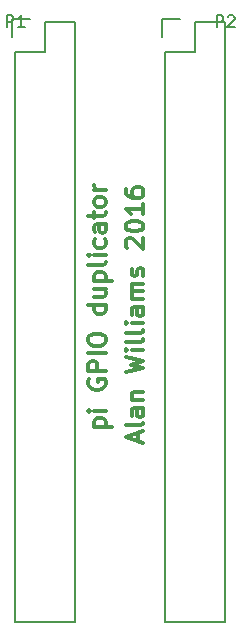
<source format=gbr>
G04 #@! TF.FileFunction,Legend,Top*
%FSLAX46Y46*%
G04 Gerber Fmt 4.6, Leading zero omitted, Abs format (unit mm)*
G04 Created by KiCad (PCBNEW 4.0.2-stable) date 10/03/2016 10:29:03 PM*
%MOMM*%
G01*
G04 APERTURE LIST*
%ADD10C,0.100000*%
%ADD11C,0.300000*%
%ADD12C,0.150000*%
G04 APERTURE END LIST*
D10*
D11*
X131060000Y-115524999D02*
X131060000Y-114810713D01*
X131488571Y-115667856D02*
X129988571Y-115167856D01*
X131488571Y-114667856D01*
X131488571Y-113953570D02*
X131417143Y-114096428D01*
X131274286Y-114167856D01*
X129988571Y-114167856D01*
X131488571Y-112739285D02*
X130702857Y-112739285D01*
X130560000Y-112810714D01*
X130488571Y-112953571D01*
X130488571Y-113239285D01*
X130560000Y-113382142D01*
X131417143Y-112739285D02*
X131488571Y-112882142D01*
X131488571Y-113239285D01*
X131417143Y-113382142D01*
X131274286Y-113453571D01*
X131131429Y-113453571D01*
X130988571Y-113382142D01*
X130917143Y-113239285D01*
X130917143Y-112882142D01*
X130845714Y-112739285D01*
X130488571Y-112024999D02*
X131488571Y-112024999D01*
X130631429Y-112024999D02*
X130560000Y-111953571D01*
X130488571Y-111810713D01*
X130488571Y-111596428D01*
X130560000Y-111453571D01*
X130702857Y-111382142D01*
X131488571Y-111382142D01*
X129988571Y-109667856D02*
X131488571Y-109310713D01*
X130417143Y-109024999D01*
X131488571Y-108739285D01*
X129988571Y-108382142D01*
X131488571Y-107810713D02*
X130488571Y-107810713D01*
X129988571Y-107810713D02*
X130060000Y-107882142D01*
X130131429Y-107810713D01*
X130060000Y-107739285D01*
X129988571Y-107810713D01*
X130131429Y-107810713D01*
X131488571Y-106882141D02*
X131417143Y-107024999D01*
X131274286Y-107096427D01*
X129988571Y-107096427D01*
X131488571Y-106096427D02*
X131417143Y-106239285D01*
X131274286Y-106310713D01*
X129988571Y-106310713D01*
X131488571Y-105524999D02*
X130488571Y-105524999D01*
X129988571Y-105524999D02*
X130060000Y-105596428D01*
X130131429Y-105524999D01*
X130060000Y-105453571D01*
X129988571Y-105524999D01*
X130131429Y-105524999D01*
X131488571Y-104167856D02*
X130702857Y-104167856D01*
X130560000Y-104239285D01*
X130488571Y-104382142D01*
X130488571Y-104667856D01*
X130560000Y-104810713D01*
X131417143Y-104167856D02*
X131488571Y-104310713D01*
X131488571Y-104667856D01*
X131417143Y-104810713D01*
X131274286Y-104882142D01*
X131131429Y-104882142D01*
X130988571Y-104810713D01*
X130917143Y-104667856D01*
X130917143Y-104310713D01*
X130845714Y-104167856D01*
X131488571Y-103453570D02*
X130488571Y-103453570D01*
X130631429Y-103453570D02*
X130560000Y-103382142D01*
X130488571Y-103239284D01*
X130488571Y-103024999D01*
X130560000Y-102882142D01*
X130702857Y-102810713D01*
X131488571Y-102810713D01*
X130702857Y-102810713D02*
X130560000Y-102739284D01*
X130488571Y-102596427D01*
X130488571Y-102382142D01*
X130560000Y-102239284D01*
X130702857Y-102167856D01*
X131488571Y-102167856D01*
X131417143Y-101524999D02*
X131488571Y-101382142D01*
X131488571Y-101096427D01*
X131417143Y-100953570D01*
X131274286Y-100882142D01*
X131202857Y-100882142D01*
X131060000Y-100953570D01*
X130988571Y-101096427D01*
X130988571Y-101310713D01*
X130917143Y-101453570D01*
X130774286Y-101524999D01*
X130702857Y-101524999D01*
X130560000Y-101453570D01*
X130488571Y-101310713D01*
X130488571Y-101096427D01*
X130560000Y-100953570D01*
X130131429Y-99167856D02*
X130060000Y-99096427D01*
X129988571Y-98953570D01*
X129988571Y-98596427D01*
X130060000Y-98453570D01*
X130131429Y-98382141D01*
X130274286Y-98310713D01*
X130417143Y-98310713D01*
X130631429Y-98382141D01*
X131488571Y-99239284D01*
X131488571Y-98310713D01*
X129988571Y-97382142D02*
X129988571Y-97239285D01*
X130060000Y-97096428D01*
X130131429Y-97024999D01*
X130274286Y-96953570D01*
X130560000Y-96882142D01*
X130917143Y-96882142D01*
X131202857Y-96953570D01*
X131345714Y-97024999D01*
X131417143Y-97096428D01*
X131488571Y-97239285D01*
X131488571Y-97382142D01*
X131417143Y-97524999D01*
X131345714Y-97596428D01*
X131202857Y-97667856D01*
X130917143Y-97739285D01*
X130560000Y-97739285D01*
X130274286Y-97667856D01*
X130131429Y-97596428D01*
X130060000Y-97524999D01*
X129988571Y-97382142D01*
X131488571Y-95453571D02*
X131488571Y-96310714D01*
X131488571Y-95882142D02*
X129988571Y-95882142D01*
X130202857Y-96024999D01*
X130345714Y-96167857D01*
X130417143Y-96310714D01*
X129988571Y-94167857D02*
X129988571Y-94453571D01*
X130060000Y-94596428D01*
X130131429Y-94667857D01*
X130345714Y-94810714D01*
X130631429Y-94882143D01*
X131202857Y-94882143D01*
X131345714Y-94810714D01*
X131417143Y-94739286D01*
X131488571Y-94596428D01*
X131488571Y-94310714D01*
X131417143Y-94167857D01*
X131345714Y-94096428D01*
X131202857Y-94025000D01*
X130845714Y-94025000D01*
X130702857Y-94096428D01*
X130631429Y-94167857D01*
X130560000Y-94310714D01*
X130560000Y-94596428D01*
X130631429Y-94739286D01*
X130702857Y-94810714D01*
X130845714Y-94882143D01*
X127313571Y-114282857D02*
X128813571Y-114282857D01*
X127385000Y-114282857D02*
X127313571Y-114140000D01*
X127313571Y-113854286D01*
X127385000Y-113711429D01*
X127456429Y-113640000D01*
X127599286Y-113568571D01*
X128027857Y-113568571D01*
X128170714Y-113640000D01*
X128242143Y-113711429D01*
X128313571Y-113854286D01*
X128313571Y-114140000D01*
X128242143Y-114282857D01*
X128313571Y-112925714D02*
X127313571Y-112925714D01*
X126813571Y-112925714D02*
X126885000Y-112997143D01*
X126956429Y-112925714D01*
X126885000Y-112854286D01*
X126813571Y-112925714D01*
X126956429Y-112925714D01*
X126885000Y-110282857D02*
X126813571Y-110425714D01*
X126813571Y-110640000D01*
X126885000Y-110854285D01*
X127027857Y-110997143D01*
X127170714Y-111068571D01*
X127456429Y-111140000D01*
X127670714Y-111140000D01*
X127956429Y-111068571D01*
X128099286Y-110997143D01*
X128242143Y-110854285D01*
X128313571Y-110640000D01*
X128313571Y-110497143D01*
X128242143Y-110282857D01*
X128170714Y-110211428D01*
X127670714Y-110211428D01*
X127670714Y-110497143D01*
X128313571Y-109568571D02*
X126813571Y-109568571D01*
X126813571Y-108997143D01*
X126885000Y-108854285D01*
X126956429Y-108782857D01*
X127099286Y-108711428D01*
X127313571Y-108711428D01*
X127456429Y-108782857D01*
X127527857Y-108854285D01*
X127599286Y-108997143D01*
X127599286Y-109568571D01*
X128313571Y-108068571D02*
X126813571Y-108068571D01*
X126813571Y-107068571D02*
X126813571Y-106782857D01*
X126885000Y-106639999D01*
X127027857Y-106497142D01*
X127313571Y-106425714D01*
X127813571Y-106425714D01*
X128099286Y-106497142D01*
X128242143Y-106639999D01*
X128313571Y-106782857D01*
X128313571Y-107068571D01*
X128242143Y-107211428D01*
X128099286Y-107354285D01*
X127813571Y-107425714D01*
X127313571Y-107425714D01*
X127027857Y-107354285D01*
X126885000Y-107211428D01*
X126813571Y-107068571D01*
X128313571Y-103997142D02*
X126813571Y-103997142D01*
X128242143Y-103997142D02*
X128313571Y-104139999D01*
X128313571Y-104425713D01*
X128242143Y-104568571D01*
X128170714Y-104639999D01*
X128027857Y-104711428D01*
X127599286Y-104711428D01*
X127456429Y-104639999D01*
X127385000Y-104568571D01*
X127313571Y-104425713D01*
X127313571Y-104139999D01*
X127385000Y-103997142D01*
X127313571Y-102639999D02*
X128313571Y-102639999D01*
X127313571Y-103282856D02*
X128099286Y-103282856D01*
X128242143Y-103211428D01*
X128313571Y-103068570D01*
X128313571Y-102854285D01*
X128242143Y-102711428D01*
X128170714Y-102639999D01*
X127313571Y-101925713D02*
X128813571Y-101925713D01*
X127385000Y-101925713D02*
X127313571Y-101782856D01*
X127313571Y-101497142D01*
X127385000Y-101354285D01*
X127456429Y-101282856D01*
X127599286Y-101211427D01*
X128027857Y-101211427D01*
X128170714Y-101282856D01*
X128242143Y-101354285D01*
X128313571Y-101497142D01*
X128313571Y-101782856D01*
X128242143Y-101925713D01*
X128313571Y-100354284D02*
X128242143Y-100497142D01*
X128099286Y-100568570D01*
X126813571Y-100568570D01*
X128313571Y-99782856D02*
X127313571Y-99782856D01*
X126813571Y-99782856D02*
X126885000Y-99854285D01*
X126956429Y-99782856D01*
X126885000Y-99711428D01*
X126813571Y-99782856D01*
X126956429Y-99782856D01*
X128242143Y-98425713D02*
X128313571Y-98568570D01*
X128313571Y-98854284D01*
X128242143Y-98997142D01*
X128170714Y-99068570D01*
X128027857Y-99139999D01*
X127599286Y-99139999D01*
X127456429Y-99068570D01*
X127385000Y-98997142D01*
X127313571Y-98854284D01*
X127313571Y-98568570D01*
X127385000Y-98425713D01*
X128313571Y-97139999D02*
X127527857Y-97139999D01*
X127385000Y-97211428D01*
X127313571Y-97354285D01*
X127313571Y-97639999D01*
X127385000Y-97782856D01*
X128242143Y-97139999D02*
X128313571Y-97282856D01*
X128313571Y-97639999D01*
X128242143Y-97782856D01*
X128099286Y-97854285D01*
X127956429Y-97854285D01*
X127813571Y-97782856D01*
X127742143Y-97639999D01*
X127742143Y-97282856D01*
X127670714Y-97139999D01*
X127313571Y-96639999D02*
X127313571Y-96068570D01*
X126813571Y-96425713D02*
X128099286Y-96425713D01*
X128242143Y-96354285D01*
X128313571Y-96211427D01*
X128313571Y-96068570D01*
X128313571Y-95354284D02*
X128242143Y-95497142D01*
X128170714Y-95568570D01*
X128027857Y-95639999D01*
X127599286Y-95639999D01*
X127456429Y-95568570D01*
X127385000Y-95497142D01*
X127313571Y-95354284D01*
X127313571Y-95139999D01*
X127385000Y-94997142D01*
X127456429Y-94925713D01*
X127599286Y-94854284D01*
X128027857Y-94854284D01*
X128170714Y-94925713D01*
X128242143Y-94997142D01*
X128313571Y-95139999D01*
X128313571Y-95354284D01*
X128313571Y-94211427D02*
X127313571Y-94211427D01*
X127599286Y-94211427D02*
X127456429Y-94139999D01*
X127385000Y-94068570D01*
X127313571Y-93925713D01*
X127313571Y-93782856D01*
D12*
X125730000Y-130810000D02*
X125730000Y-80010000D01*
X120650000Y-82550000D02*
X120650000Y-130810000D01*
X125730000Y-130810000D02*
X120650000Y-130810000D01*
X125730000Y-80010000D02*
X123190000Y-80010000D01*
X121920000Y-79730000D02*
X120370000Y-79730000D01*
X123190000Y-80010000D02*
X123190000Y-82550000D01*
X123190000Y-82550000D02*
X120650000Y-82550000D01*
X120370000Y-79730000D02*
X120370000Y-81280000D01*
X138430000Y-130810000D02*
X138430000Y-80010000D01*
X133350000Y-82550000D02*
X133350000Y-130810000D01*
X138430000Y-130810000D02*
X133350000Y-130810000D01*
X138430000Y-80010000D02*
X135890000Y-80010000D01*
X134620000Y-79730000D02*
X133070000Y-79730000D01*
X135890000Y-80010000D02*
X135890000Y-82550000D01*
X135890000Y-82550000D02*
X133350000Y-82550000D01*
X133070000Y-79730000D02*
X133070000Y-81280000D01*
X119911905Y-80462381D02*
X119911905Y-79462381D01*
X120292858Y-79462381D01*
X120388096Y-79510000D01*
X120435715Y-79557619D01*
X120483334Y-79652857D01*
X120483334Y-79795714D01*
X120435715Y-79890952D01*
X120388096Y-79938571D01*
X120292858Y-79986190D01*
X119911905Y-79986190D01*
X121435715Y-80462381D02*
X120864286Y-80462381D01*
X121150000Y-80462381D02*
X121150000Y-79462381D01*
X121054762Y-79605238D01*
X120959524Y-79700476D01*
X120864286Y-79748095D01*
X137691905Y-80462381D02*
X137691905Y-79462381D01*
X138072858Y-79462381D01*
X138168096Y-79510000D01*
X138215715Y-79557619D01*
X138263334Y-79652857D01*
X138263334Y-79795714D01*
X138215715Y-79890952D01*
X138168096Y-79938571D01*
X138072858Y-79986190D01*
X137691905Y-79986190D01*
X138644286Y-79557619D02*
X138691905Y-79510000D01*
X138787143Y-79462381D01*
X139025239Y-79462381D01*
X139120477Y-79510000D01*
X139168096Y-79557619D01*
X139215715Y-79652857D01*
X139215715Y-79748095D01*
X139168096Y-79890952D01*
X138596667Y-80462381D01*
X139215715Y-80462381D01*
M02*

</source>
